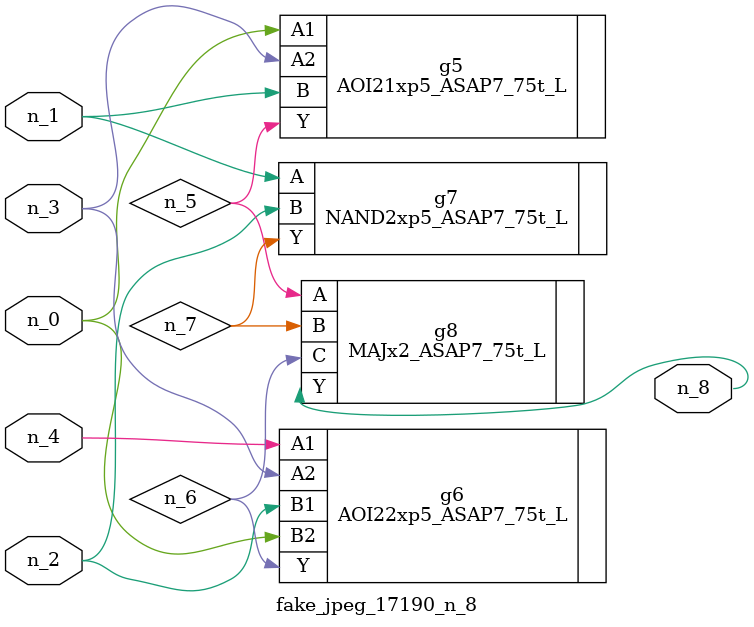
<source format=v>
module fake_jpeg_17190_n_8 (n_3, n_2, n_1, n_0, n_4, n_8);

input n_3;
input n_2;
input n_1;
input n_0;
input n_4;

output n_8;

wire n_6;
wire n_5;
wire n_7;

AOI21xp5_ASAP7_75t_L g5 ( 
.A1(n_0),
.A2(n_3),
.B(n_1),
.Y(n_5)
);

AOI22xp5_ASAP7_75t_L g6 ( 
.A1(n_4),
.A2(n_3),
.B1(n_2),
.B2(n_0),
.Y(n_6)
);

NAND2xp5_ASAP7_75t_L g7 ( 
.A(n_1),
.B(n_2),
.Y(n_7)
);

MAJx2_ASAP7_75t_L g8 ( 
.A(n_5),
.B(n_7),
.C(n_6),
.Y(n_8)
);


endmodule
</source>
